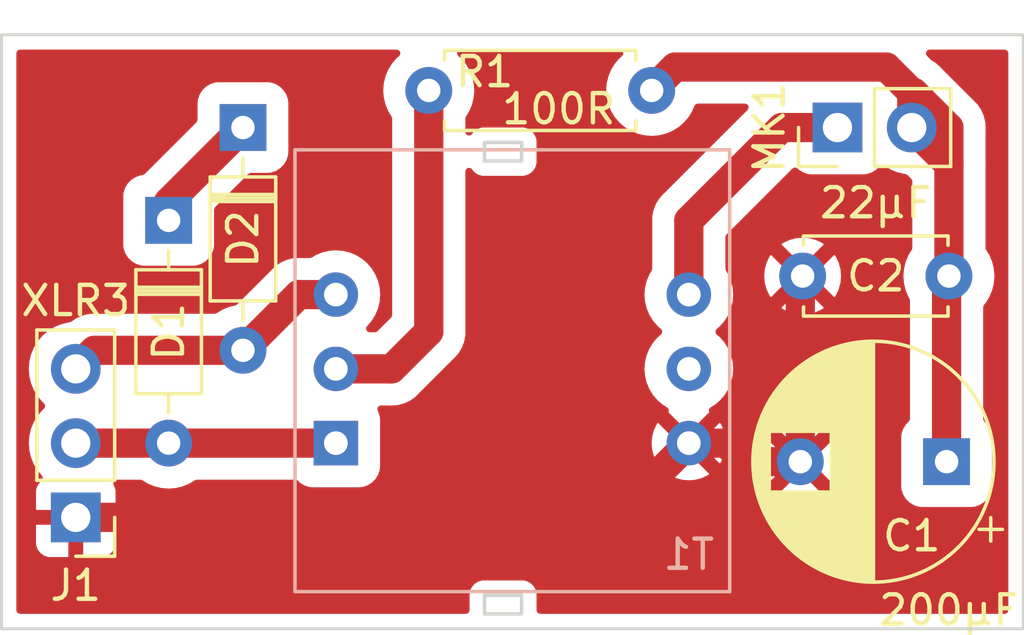
<source format=kicad_pcb>
(kicad_pcb (version 20211014) (generator pcbnew)
  (layers (0 "F.Cu" signal) (31 "B.Cu" signal) (34 "B.Paste" user) (35 "F.Paste" user) (36 "B.SilkS" user "B.Silkscreen") (37 "F.SilkS" user "F.Silkscreen") (38 "B.Mask" user) (39 "F.Mask" user) (44 "Edge.Cuts" user))
  (net 0 "")
  (net 1 "Net-(C1-Pad1)")
  (net 2 "GND")
  (net 3 "Net-(D1-Pad1)")
  (net 4 "Net-(D1-Pad2)")
  (net 5 "Net-(D2-Pad2)")
  (net 6 "Net-(MK1-Pad1)")
  (net 7 "+12V")
  (footprint "Resistor_THT:R_Axial_DIN0207_L6.3mm_D2.5mm_P7.62mm_Horizontal" (layer "F.Cu") (at 72.39 37.465 180)
    (fp_text reference "R1" (at 5.715 0.635) (layer "F.SilkS"))
    (fp_text value "100R" (at 3.175 -0.635) (layer "F.SilkS"))
    (fp_line (start 7.08 1.37) (end 7.08 1.04) (layer "F.SilkS") (width 0.12))
    (fp_line (start 0.54 -1.04) (end 0.54 -1.37) (layer "F.SilkS") (width 0.12))
    (fp_line (start 0.54 1.04) (end 0.54 1.37) (layer "F.SilkS") (width 0.12))
    (fp_line (start 7.08 -1.37) (end 7.08 -1.04) (layer "F.SilkS") (width 0.12))
    (fp_line (start 0.54 1.37) (end 7.08 1.37) (layer "F.SilkS") (width 0.12))
    (fp_line (start 0.54 -1.37) (end 7.08 -1.37) (layer "F.SilkS") (width 0.12))
    (pad "1" thru_hole circle (at 0 0 180) (size 1.6 1.6) (drill 0.8) (layers *.Cu *.Mask) (net 1 "Net-(C1-Pad1)"))
    (pad "2" thru_hole oval (at 7.62 0 180) (size 1.6 1.6) (drill 0.8) (layers *.Cu *.Mask) (net 7 "+12V"))
  )
  (footprint "Connector_PinHeader_2.54mm:PinHeader_1x03_P2.54mm_Vertical" (layer "F.Cu") (at 52.705 52.07 180)
    (fp_text reference "J1" (at 0 -2.33) (layer "F.SilkS"))
    (fp_text value "XLR3" (at 0 7.41) (layer "F.SilkS"))
    (fp_line (start -1.33 -1.33) (end 0 -1.33) (layer "F.SilkS") (width 0.12))
    (fp_line (start -1.33 1.27) (end 1.33 1.27) (layer "F.SilkS") (width 0.12))
    (fp_line (start -1.33 0) (end -1.33 -1.33) (layer "F.SilkS") (width 0.12))
    (fp_line (start -1.33 1.27) (end -1.33 6.41) (layer "F.SilkS") (width 0.12))
    (fp_line (start -1.33 6.41) (end 1.33 6.41) (layer "F.SilkS") (width 0.12))
    (fp_line (start 1.33 1.27) (end 1.33 6.41) (layer "F.SilkS") (width 0.12))
    (pad "1" thru_hole rect (at 0 0 180) (size 1.7 1.7) (drill 1) (layers *.Cu *.Mask) (net 2 "GND"))
    (pad "2" thru_hole oval (at 0 2.54 180) (size 1.7 1.7) (drill 1) (layers *.Cu *.Mask) (net 4 "Net-(D1-Pad2)"))
    (pad "3" thru_hole oval (at 0 5.08 180) (size 1.7 1.7) (drill 1) (layers *.Cu *.Mask) (net 5 "Net-(D2-Pad2)"))
  )
  (footprint "Diode_THT:D_DO-35_SOD27_P7.62mm_Horizontal" (layer "F.Cu") (at 55.88 41.91 -90)
    (fp_text reference "D1" (at 3.81 0 -270) (layer "F.SilkS"))
    (fp_text value "D_Zener")
    (fp_line (start 1.69 -1.12) (end 1.69 1.12) (layer "F.SilkS") (width 0.12))
    (fp_line (start 2.53 -1.12) (end 2.53 1.12) (layer "F.SilkS") (width 0.12))
    (fp_line (start 5.93 -1.12) (end 1.69 -1.12) (layer "F.SilkS") (width 0.12))
    (fp_line (start 6.58 0) (end 5.93 0) (layer "F.SilkS") (width 0.12))
    (fp_line (start 5.93 1.12) (end 5.93 -1.12) (layer "F.SilkS") (width 0.12))
    (fp_line (start 1.69 1.12) (end 5.93 1.12) (layer "F.SilkS") (width 0.12))
    (fp_line (start 1.04 0) (end 1.69 0) (layer "F.SilkS") (width 0.12))
    (fp_line (start 2.41 -1.12) (end 2.41 1.12) (layer "F.SilkS") (width 0.12))
    (fp_line (start 2.29 -1.12) (end 2.29 1.12) (layer "F.SilkS") (width 0.12))
    (pad "1" thru_hole rect (at 0 0 270) (size 1.6 1.6) (drill 0.8) (layers *.Cu *.Mask) (net 3 "Net-(D1-Pad1)"))
    (pad "2" thru_hole oval (at 7.62 0 270) (size 1.6 1.6) (drill 0.8) (layers *.Cu *.Mask) (net 4 "Net-(D1-Pad2)"))
  )
  (footprint "Connector_PinHeader_2.54mm:PinHeader_1x02_P2.54mm_Vertical" (layer "F.Cu") (at 78.74 38.735 90)
    (fp_text reference "MK1" (at 0 -2.33 90) (layer "F.SilkS"))
    (fp_text value "Microphone")
    (fp_line (start -1.33 1.27) (end 1.33 1.27) (layer "F.SilkS") (width 0.12))
    (fp_line (start -1.33 0) (end -1.33 -1.33) (layer "F.SilkS") (width 0.12))
    (fp_line (start -1.33 3.87) (end 1.33 3.87) (layer "F.SilkS") (width 0.12))
    (fp_line (start -1.33 1.27) (end -1.33 3.87) (layer "F.SilkS") (width 0.12))
    (fp_line (start -1.33 -1.33) (end 0 -1.33) (layer "F.SilkS") (width 0.12))
    (fp_line (start 1.33 1.27) (end 1.33 3.87) (layer "F.SilkS") (width 0.12))
    (pad "1" thru_hole rect (at 0 0 90) (size 1.7 1.7) (drill 1) (layers *.Cu *.Mask) (net 6 "Net-(MK1-Pad1)"))
    (pad "2" thru_hole oval (at 0 2.54 90) (size 1.7 1.7) (drill 1) (layers *.Cu *.Mask) (net 1 "Net-(C1-Pad1)"))
  )
  (footprint "Diode_THT:D_DO-35_SOD27_P7.62mm_Horizontal" (layer "F.Cu") (at 58.42 38.735 -90)
    (fp_text reference "D2" (at 3.81 0 -270) (layer "F.SilkS"))
    (fp_text value "D_Zener")
    (fp_line (start 5.93 -1.12) (end 1.69 -1.12) (layer "F.SilkS") (width 0.12))
    (fp_line (start 5.93 1.12) (end 5.93 -1.12) (layer "F.SilkS") (width 0.12))
    (fp_line (start 1.69 1.12) (end 5.93 1.12) (layer "F.SilkS") (width 0.12))
    (fp_line (start 1.04 0) (end 1.69 0) (layer "F.SilkS") (width 0.12))
    (fp_line (start 2.53 -1.12) (end 2.53 1.12) (layer "F.SilkS") (width 0.12))
    (fp_line (start 2.41 -1.12) (end 2.41 1.12) (layer "F.SilkS") (width 0.12))
    (fp_line (start 6.58 0) (end 5.93 0) (layer "F.SilkS") (width 0.12))
    (fp_line (start 2.29 -1.12) (end 2.29 1.12) (layer "F.SilkS") (width 0.12))
    (fp_line (start 1.69 -1.12) (end 1.69 1.12) (layer "F.SilkS") (width 0.12))
    (pad "1" thru_hole rect (at 0 0 270) (size 1.6 1.6) (drill 0.8) (layers *.Cu *.Mask) (net 3 "Net-(D1-Pad1)"))
    (pad "2" thru_hole oval (at 7.62 0 270) (size 1.6 1.6) (drill 0.8) (layers *.Cu *.Mask) (net 5 "Net-(D2-Pad2)"))
  )
  (footprint "Capacitor_THT:CP_Radial_D8.0mm_P5.00mm" (layer "F.Cu") (at 82.47 50.165 180)
    (fp_text reference "C1" (at 1.19 -2.54) (layer "F.SilkS"))
    (fp_text value "200µF" (at -0.08 -5.08) (layer "F.SilkS"))
    (fp_line (start 4.221 1.04) (end 4.221 3.704) (layer "F.SilkS") (width 0.12))
    (fp_line (start 5.581 1.04) (end 5.581 2.697) (layer "F.SilkS") (width 0.12))
    (fp_line (start 2.62 -4.079) (end 2.62 4.079) (layer "F.SilkS") (width 0.12))
    (fp_line (start 3.381 -3.985) (end 3.381 3.985) (layer "F.SilkS") (width 0.12))
    (fp_line (start 5.781 1.04) (end 5.781 2.454) (layer "F.SilkS") (width 0.12))
    (fp_line (start 6.101 -1.964) (end 6.101 1.964) (layer "F.SilkS") (width 0.12))
    (fp_line (start 4.261 -3.686) (end 4.261 -1.04) (layer "F.SilkS") (width 0.12))
    (fp_line (start 4.781 -3.392) (end 4.781 -1.04) (layer "F.SilkS") (width 0.12))
    (fp_line (start 3.901 -3.835) (end 3.901 3.835) (layer "F.SilkS") (width 0.12))
    (fp_line (start 5.141 -3.124) (end 5.141 -1.04) (layer "F.SilkS") (width 0.12))
    (fp_line (start 4.621 1.04) (end 4.621 3.493) (layer "F.SilkS") (width 0.12))
    (fp_line (start 2.86 -4.065) (end 2.86 4.065) (layer "F.SilkS") (width 0.12))
    (fp_line (start 5.661 1.04) (end 5.661 2.604) (layer "F.SilkS") (width 0.12))
    (fp_line (start 4.261 1.04) (end 4.261 3.686) (layer "F.SilkS") (width 0.12))
    (fp_line (start 5.501 -2.784) (end 5.501 -1.04) (layer "F.SilkS") (width 0.12))
    (fp_line (start 4.021 1.04) (end 4.021 3.79) (layer "F.SilkS") (width 0.12))
    (fp_line (start 4.421 -3.606) (end 4.421 -1.04) (layer "F.SilkS") (width 0.12))
    (fp_line (start 6.181 -1.813) (end 6.181 1.813) (layer "F.SilkS") (width 0.12))
    (fp_line (start -1.509698 -2.715) (end -1.509698 -1.915) (layer "F.SilkS") (width 0.12))
    (fp_line (start 4.501 1.04) (end 4.501 3.562) (layer "F.SilkS") (width 0.12))
    (fp_line (start 3.741 -3.889) (end 3.741 3.889) (layer "F.SilkS") (width 0.12))
    (fp_line (start 6.541 -0.768) (end 6.541 0.768) (layer "F.SilkS") (width 0.12))
    (fp_line (start 4.381 1.04) (end 4.381 3.627) (layer "F.SilkS") (width 0.12))
    (fp_line (start 4.341 -3.647) (end 4.341 -1.04) (layer "F.SilkS") (width 0.12))
    (fp_line (start 5.981 1.04) (end 5.981 2.166) (layer "F.SilkS") (width 0.12))
    (fp_line (start 5.941 -2.228) (end 5.941 -1.04) (layer "F.SilkS") (width 0.12))
    (fp_line (start 5.101 1.04) (end 5.101 3.156) (layer "F.SilkS") (width 0.12))
    (fp_line (start 4.101 -3.757) (end 4.101 -1.04) (layer "F.SilkS") (width 0.12))
    (fp_line (start 2.5 -4.08) (end 2.5 4.08) (layer "F.SilkS") (width 0.12))
    (fp_line (start 5.941 1.04) (end 5.941 2.228) (layer "F.SilkS") (width 0.12))
    (fp_line (start 3.501 -3.957) (end 3.501 3.957) (layer "F.SilkS") (width 0.12))
    (fp_line (start 3.981 1.04) (end 3.981 3.805) (layer "F.SilkS") (width 0.12))
    (fp_line (start 4.701 -3.444) (end 4.701 -1.04) (layer "F.SilkS") (width 0.12))
    (fp_line (start 4.581 -3.517) (end 4.581 -1.04) (layer "F.SilkS") (width 0.12))
    (fp_line (start 3.14 -4.03) (end 3.14 4.03) (layer "F.SilkS") (width 0.12))
    (fp_line (start 5.741 1.04) (end 5.741 2.505) (layer "F.SilkS") (width 0.12))
    (fp_line (start 2.74 -4.074) (end 2.74 4.074) (layer "F.SilkS") (width 0.12))
    (fp_line (start 4.821 -3.365) (end 4.821 -1.04) (layer "F.SilkS") (width 0.12))
    (fp_line (start 4.101 1.04) (end 4.101 3.757) (layer "F.SilkS") (width 0.12))
    (fp_line (start 4.901 -3.309) (end 4.901 -1.04) (layer "F.SilkS") (width 0.12))
    (fp_line (start 4.141 1.04) (end 4.141 3.74) (layer "F.SilkS") (width 0.12))
    (fp_line (start 4.741 1.04) (end 4.741 3.418) (layer "F.SilkS") (width 0.12))
    (fp_line (start 3.941 -3.821) (end 3.941 3.821) (layer "F.SilkS") (width 0.12))
    (fp_line (start 4.341 1.04) (end 4.341 3.647) (layer "F.SilkS") (width 0.12))
    (fp_line (start 6.381 -1.346) (end 6.381 1.346) (layer "F.SilkS") (width 0.12))
    (fp_line (start 3.621 -3.925) (end 3.621 3.925) (layer "F.SilkS") (width 0.12))
    (fp_line (start 5.301 -2.983) (end 5.301 -1.04) (layer "F.SilkS") (width 0.12))
    (fp_line (start 5.621 1.04) (end 5.621 2.651) (layer "F.SilkS") (width 0.12))
    (fp_line (start 4.301 1.04) (end 4.301 3.666) (layer "F.SilkS") (width 0.12))
    (fp_line (start 3.341 -3.994) (end 3.341 3.994) (layer "F.SilkS") (width 0.12))
    (fp_line (start 5.461 1.04) (end 5.461 2.826) (layer "F.SilkS") (width 0.12))
    (fp_line (start 4.061 1.04) (end 4.061 3.774) (layer "F.SilkS") (width 0.12))
    (fp_line (start 5.301 1.04) (end 5.301 2.983) (layer "F.SilkS") (width 0.12))
    (fp_line (start 3.02 -4.048) (end 3.02 4.048) (layer "F.SilkS") (width 0.12))
    (fp_line (start 4.541 -3.54) (end 4.541 -1.04) (layer "F.SilkS") (width 0.12))
    (fp_line (start 5.821 1.04) (end 5.821 2.4) (layer "F.SilkS") (width 0.12))
    (fp_line (start 4.981 -3.25) (end 4.981 -1.04) (layer "F.SilkS") (width 0.12))
    (fp_line (start 5.821 -2.4) (end 5.821 -1.04) (layer "F.SilkS") (width 0.12))
    (fp_line (start 3.261 -4.01) (end 3.261 4.01) (layer "F.SilkS") (width 0.12))
    (fp_line (start 4.061 -3.774) (end 4.061 -1.04) (layer "F.SilkS") (width 0.12))
    (fp_line (start 4.421 1.04) (end 4.421 3.606) (layer "F.SilkS") (width 0.12))
    (fp_line (start 4.661 1.04) (end 4.661 3.469) (layer "F.SilkS") (width 0.12))
    (fp_line (start 2.94 -4.057) (end 2.94 4.057) (layer "F.SilkS") (width 0.12))
    (fp_line (start 5.101 -3.156) (end 5.101 -1.04) (layer "F.SilkS") (width 0.12))
    (fp_line (start 4.581 1.04) (end 4.581 3.517) (layer "F.SilkS") (width 0.12))
    (fp_line (start 5.901 -2.287) (end 5.901 -1.04) (layer "F.SilkS") (width 0.12))
    (fp_line (start 3.421 -3.976) (end 3.421 3.976) (layer "F.SilkS") (width 0.12))
    (fp_line (start 5.701 -2.556) (end 5.701 -1.04) (layer "F.SilkS") (width 0.12))
    (fp_line (start 3.301 -4.002) (end 3.301 4.002) (layer "F.SilkS") (width 0.12))
    (fp_line (start 3.06 -4.042) (end 3.06 4.042) (layer "F.SilkS") (width 0.12))
    (fp_line (start 5.061 1.04) (end 5.061 3.189) (layer "F.SilkS") (width 0.12))
    (fp_line (start 5.781 -2.454) (end 5.781 -1.04) (layer "F.SilkS") (width 0.12))
    (fp_line (start 2.54 -4.08) (end 2.54 4.08) (layer "F.SilkS") (width 0.12))
    (fp_line (start 5.061 -3.189) (end 5.061 -1.04) (layer "F.SilkS") (width 0.12))
    (fp_line (start 4.461 -3.584) (end 4.461 -1.04) (layer "F.SilkS") (width 0.12))
    (fp_line (start 3.18 -4.024) (end 3.18 4.024) (layer "F.SilkS") (width 0.12))
    (fp_line (start 4.621 -3.493) (end 4.621 -1.04) (layer "F.SilkS") (width 0.12))
    (fp_line (start 5.181 -3.09) (end 5.181 -1.04) (layer "F.SilkS") (width 0.12))
    (fp_line (start 4.861 -3.338) (end 4.861 -1.04) (layer "F.SilkS") (width 0.12))
    (fp_line (start 2.78 -4.071) (end 2.78 4.071) (layer "F.SilkS") (width 0.12))
    (fp_line (start 4.301 -3.666) (end 4.301 -1.04) (layer "F.SilkS") (width 0.12))
    (fp_line (start 6.461 -1.098) (end 6.461 1.098) (layer "F.SilkS") (width 0.12))
    (fp_line (start 3.221 -4.017) (end 3.221 4.017) (layer "F.SilkS") (width 0.12))
    (fp_line (start 2.66 -4.077) (end 2.66 4.077) (layer "F.SilkS") (width 0.12))
    (fp_line (start 2.9 -4.061) (end 2.9 4.061) (layer "F.SilkS") (width 0.12))
    (fp_line (start 3.1 -4.037) (end 3.1 4.037) (layer "F.SilkS") (width 0.12))
    (fp_line (start 2.98 -4.052) (end 2.98 4.052) (layer "F.SilkS") (width 0.12))
    (fp_line (start 4.381 -3.627) (end 4.381 -1.04) (layer "F.SilkS") (width 0.12))
    (fp_line (start 5.701 1.04) (end 5.701 2.556) (layer "F.SilkS") (width 0.12))
    (fp_line (start 4.661 -3.469) (end 4.661 -1.04) (layer "F.SilkS") (width 0.12))
    (fp_line (start 3.461 -3.967) (end 3.461 3.967) (layer "F.SilkS") (width 0.12))
    (fp_line (start 6.021 -2.102) (end 6.021 -1.04) (layer "F.SilkS") (width 0.12))
    (fp_line (start 3.701 -3.902) (end 3.701 3.902) (layer "F.SilkS") (width 0.12))
    (fp_line (start 5.341 -2.945) (end 5.341 -1.04) (layer "F.SilkS") (width 0.12))
    (fp_line (start 4.181 -3.722) (end 4.181 -1.04) (layer "F.SilkS") (width 0.12))
    (fp_line (start 4.701 1.04) (end 4.701 3.444) (layer "F.SilkS") (width 0.12))
    (fp_line (start 5.221 1.04) (end 5.221 3.055) (layer "F.SilkS") (width 0.12))
    (fp_line (start 4.861 1.04) (end 4.861 3.338) (layer "F.SilkS") (width 0.12))
    (fp_line (start 3.541 -3.947) (end 3.541 3.947) (layer "F.SilkS") (width 0.12))
    (fp_line (start 4.901 1.04) (end 4.901 3.309) (layer "F.SilkS") (width 0.12))
    (fp_line (start 5.741 -2.505) (end 5.741 -1.04) (layer "F.SilkS") (width 0.12))
    (fp_line (start 2.82 -4.068) (end 2.82 4.068) (layer "F.SilkS") (width 0.12))
    (fp_line (start 5.981 -2.166) (end 5.981 -1.04) (layer "F.SilkS") (width 0.12))
    (fp_line (start 4.541 1.04) (end 4.541 3.54) (layer "F.SilkS") (width 0.12))
    (fp_line (start 5.261 1.04) (end 5.261 3.019) (layer "F.SilkS") (width 0.12))
    (fp_line (start 5.221 -3.055) (end 5.221 -1.04) (layer "F.SilkS") (width 0.12))
    (fp_line (start 5.861 1.04) (end 5.861 2.345) (layer "F.SilkS") (width 0.12))
    (fp_line (start 6.421 -1.229) (end 6.421 1.229) (layer "F.SilkS") (width 0.12))
    (fp_line (start 5.021 -3.22) (end 5.021 -1.04) (layer "F.SilkS") (width 0.12))
    (fp_line (start 5.861 -2.345) (end 5.861 -1.04) (layer "F.SilkS") (width 0.12))
    (fp_line (start 4.821 1.04) (end 4.821 3.365) (layer "F.SilkS") (width 0.12))
    (fp_line (start 4.941 -3.28) (end 4.941 -1.04) (layer "F.SilkS") (width 0.12))
    (fp_line (start 5.501 1.04) (end 5.501 2.784) (layer "F.SilkS") (width 0.12))
    (fp_line (start -1.909698 -2.315) (end -1.109698 -2.315) (layer "F.SilkS") (width 0.12))
    (fp_line (start 4.981 1.04) (end 4.981 3.25) (layer "F.SilkS") (width 0.12))
    (fp_line (start 5.141 1.04) (end 5.141 3.124) (layer "F.SilkS") (width 0.12))
    (fp_line (start 6.301 -1.552) (end 6.301 1.552) (layer "F.SilkS") (width 0.12))
    (fp_line (start 3.661 -3.914) (end 3.661 3.914) (layer "F.SilkS") (width 0.12))
    (fp_line (start 5.541 -2.741) (end 5.541 -1.04) (layer "F.SilkS") (width 0.12))
    (fp_line (start 4.781 1.04) (end 4.781 3.392) (layer "F.SilkS") (width 0.12))
    (fp_line (start 5.381 -2.907) (end 5.381 -1.04) (layer "F.SilkS") (width 0.12))
    (fp_line (start 6.061 -2.034) (end 6.061 2.034) (layer "F.SilkS") (width 0.12))
    (fp_line (start 5.341 1.04) (end 5.341 2.945) (layer "F.SilkS") (width 0.12))
    (fp_line (start 6.501 -0.948) (end 6.501 0.948) (layer "F.SilkS") (width 0.12))
    (fp_line (start 4.181 1.04) (end 4.181 3.722) (layer "F.SilkS") (width 0.12))
    (fp_line (start 5.901 1.04) (end 5.901 2.287) (layer "F.SilkS") (width 0.12))
    (fp_line (start 4.461 1.04) (end 4.461 3.584) (layer "F.SilkS") (width 0.12))
    (fp_line (start 6.141 -1.89) (end 6.141 1.89) (layer "F.SilkS") (width 0.12))
    (fp_line (start 4.221 -3.704) (end 4.221 -1.04) (layer "F.SilkS") (width 0.12))
    (fp_line (start 5.381 1.04) (end 5.381 2.907) (layer "F.SilkS") (width 0.12))
    (fp_line (start 3.821 -3.863) (end 3.821 3.863) (layer "F.SilkS") (width 0.12))
    (fp_line (start 3.581 -3.936) (end 3.581 3.936) (layer "F.SilkS") (width 0.12))
    (fp_line (start 5.421 1.04) (end 5.421 2.867) (layer "F.SilkS") (width 0.12))
    (fp_line (start 4.141 -3.74) (end 4.141 -1.04) (layer "F.SilkS") (width 0.12))
    (fp_line (start 5.581 -2.697) (end 5.581 -1.04) (layer "F.SilkS") (width 0.12))
    (fp_line (start 2.7 -4.076) (end 2.7 4.076) (layer "F.SilkS") (width 0.12))
    (fp_line (start 5.021 1.04) (end 5.021 3.22) (layer "F.SilkS") (width 0.12))
    (fp_line (start 2.58 -4.08) (end 2.58 4.08) (layer "F.SilkS") (width 0.12))
    (fp_line (start 6.341 -1.453) (end 6.341 1.453) (layer "F.SilkS") (width 0.12))
    (fp_line (start 5.621 -2.651) (end 5.621 -1.04) (layer "F.SilkS") (width 0.12))
    (fp_line (start 5.181 1.04) (end 5.181 3.09) (layer "F.SilkS") (width 0.12))
    (fp_line (start 5.421 -2.867) (end 5.421 -1.04) (layer "F.SilkS") (width 0.12))
    (fp_line (start 6.021 1.04) (end 6.021 2.102) (layer "F.SilkS") (width 0.12))
    (fp_line (start 5.541 1.04) (end 5.541 2.741) (layer "F.SilkS") (width 0.12))
    (fp_line (start 4.941 1.04) (end 4.941 3.28) (layer "F.SilkS") (width 0.12))
    (fp_line (start 5.261 -3.019) (end 5.261 -1.04) (layer "F.SilkS") (width 0.12))
    (fp_line (start 6.221 -1.731) (end 6.221 1.731) (layer "F.SilkS") (width 0.12))
    (fp_line (start 6.581 -0.533) (end 6.581 0.533) (layer "F.SilkS") (width 0.12))
    (fp_line (start 5.661 -2.604) (end 5.661 -1.04) (layer "F.SilkS") (width 0.12))
    (fp_line (start 4.021 -3.79) (end 4.021 -1.04) (layer "F.SilkS") (width 0.12))
    (fp_line (start 4.741 -3.418) (end 4.741 -1.04) (layer "F.SilkS") (width 0.12))
    (fp_line (start 4.501 -3.562) (end 4.501 -1.04) (layer "F.SilkS") (width 0.12))
    (fp_line (start 6.261 -1.645) (end 6.261 1.645) (layer "F.SilkS") (width 0.12))
    (fp_line (start 3.981 -3.805) (end 3.981 -1.04) (layer "F.SilkS") (width 0.12))
    (fp_line (start 5.461 -2.826) (end 5.461 -1.04) (layer "F.SilkS") (width 0.12))
    (fp_line (start 3.861 -3.85) (end 3.861 3.85) (layer "F.SilkS") (width 0.12))
    (fp_line (start 3.781 -3.877) (end 3.781 3.877) (layer "F.SilkS") (width 0.12))
    (fp_circle (center 2.5 0) (end 6.62 0) (layer "F.SilkS") (width 0.12) (fill none))
    (pad "1" thru_hole rect (at 0 0 180) (size 1.6 1.6) (drill 0.8) (layers *.Cu *.Mask) (net 1 "Net-(C1-Pad1)"))
    (pad "2" thru_hole circle (at 5 0 180) (size 1.6 1.6) (drill 0.8) (layers *.Cu *.Mask) (net 2 "GND"))
  )
  (footprint "Capacitor_THT:C_Disc_D4.7mm_W2.5mm_P5.00mm" (layer "F.Cu") (at 82.55 43.815 180)
    (fp_text reference "C2" (at 2.5 0) (layer "F.SilkS"))
    (fp_text value "22µF" (at 2.5 2.5) (layer "F.SilkS"))
    (fp_line (start 0.03 -1.37) (end 0.03 -1.055) (layer "F.SilkS") (width 0.12))
    (fp_line (start 0.03 -1.37) (end 4.97 -1.37) (layer "F.SilkS") (width 0.12))
    (fp_line (start 0.03 1.37) (end 4.97 1.37) (layer "F.SilkS") (width 0.12))
    (fp_line (start 4.97 -1.37) (end 4.97 -1.055) (layer "F.SilkS") (width 0.12))
    (fp_line (start 4.97 1.055) (end 4.97 1.37) (layer "F.SilkS") (width 0.12))
    (fp_line (start 0.03 1.055) (end 0.03 1.37) (layer "F.SilkS") (width 0.12))
    (pad "1" thru_hole circle (at 0 0 180) (size 1.6 1.6) (drill 0.8) (layers *.Cu *.Mask) (net 1 "Net-(C1-Pad1)"))
    (pad "2" thru_hole circle (at 5 0 180) (size 1.6 1.6) (drill 0.8) (layers *.Cu *.Mask) (net 2 "GND"))
  )
  (footprint "Custom:Transformer_42TL" (layer "B.Cu") (at 72.39 52.07)
    (fp_text reference "T1" (at 1.27 1.27 180) (layer "B.SilkS") (effects (justify mirror)))
    (fp_text value "Transformer_SP_SS")
    (fp_line (start -12.192 2.54) (end 2.667 2.54) (layer "B.SilkS") (width 0.12))
    (fp_line (start -12.192 -12.573) (end -12.192 2.54) (layer "B.SilkS") (width 0.12))
    (fp_line (start 2.667 2.54) (end 2.667 -12.573) (layer "B.SilkS") (width 0.12))
    (fp_line (start 2.667 -12.573) (end -12.192 -12.573) (layer "B.SilkS") (width 0.12))
    (fp_rect (start -5.715 3.302) (end -4.445 2.667) (layer "Edge.Cuts") (width 0.12) (fill none))
    (fp_rect (start -5.715 -12.192) (end -4.445 -12.827) (layer "Edge.Cuts") (width 0.12) (fill none))
    (pad "1" thru_hole rect (at -10.795 -2.54) (size 1.52 1.52) (drill 0.81) (layers *.Cu *.Mask) (net 4 "Net-(D1-Pad2)"))
    (pad "2" thru_hole circle (at -10.795 -5.08) (size 1.52 1.52) (drill 0.81) (layers *.Cu *.Mask) (net 7 "+12V"))
    (pad "3" thru_hole circle (at -10.795 -7.62) (size 1.52 1.52) (drill 0.81) (layers *.Cu *.Mask) (net 5 "Net-(D2-Pad2)"))
    (pad "4" thru_hole circle (at 1.27 -7.62) (size 1.52 1.52) (drill 0.81) (layers *.Cu *.Mask) (net 6 "Net-(MK1-Pad1)"))
    (pad "5" thru_hole circle (at 1.27 -5.08) (size 1.52 1.52) (drill 0.81) (layers *.Cu *.Mask))
    (pad "6" thru_hole circle (at 1.27 -2.54) (size 1.52 1.52) (drill 0.81) (layers *.Cu *.Mask) (net 2 "GND"))
  )
  (gr_rect (start 50.165 35.56) (end 85.09 55.88) (layer "Edge.Cuts") (width 0.1) (fill none))
  (segment (start 82.47 50.165) (end 82.47 43.895) (width 1) (layer "F.Cu") (net 1))
  (segment (start 81.28 37.532919) (end 80.412082 36.665001) (width 1) (layer "F.Cu") (net 1))
  (segment (start 73.189999 36.665001) (end 72.39 37.465) (width 1) (layer "F.Cu") (net 1))
  (segment (start 82.55 43.815) (end 82.55 40.005) (width 1) (layer "F.Cu") (net 1))
  (segment (start 82.47 43.895) (end 82.55 43.815) (width 1) (layer "F.Cu") (net 1))
  (segment (start 81.347919 37.532919) (end 82.55 38.735) (width 1) (layer "F.Cu") (net 1))
  (segment (start 81.28 37.532919) (end 81.347919 37.532919) (width 1) (layer "F.Cu") (net 1))
  (segment (start 80.412082 36.665001) (end 73.189999 36.665001) (width 1) (layer "F.Cu") (net 1))
  (segment (start 82.55 38.735) (end 82.55 40.005) (width 1) (layer "F.Cu") (net 1))
  (segment (start 81.28 38.735) (end 81.28 37.532919) (width 1) (layer "F.Cu") (net 1))
  (segment (start 82.55 40.005) (end 81.28 38.735) (width 1) (layer "F.Cu") (net 1))
  (segment (start 77.47 43.895) (end 77.55 43.815) (width 1) (layer "F.Cu") (net 2))
  (segment (start 71.12 52.07) (end 73.66 49.53) (width 1) (layer "F.Cu") (net 2))
  (segment (start 75.565 50.165) (end 74.93 49.53) (width 1) (layer "F.Cu") (net 2))
  (segment (start 77.47 50.165) (end 77.47 43.895) (width 1) (layer "F.Cu") (net 2))
  (segment (start 77.47 50.165) (end 75.565 50.165) (width 1) (layer "F.Cu") (net 2))
  (segment (start 73.66 49.53) (end 74.93 49.53) (width 1) (layer "F.Cu") (net 2))
  (segment (start 52.705 52.07) (end 71.12 52.07) (width 1) (layer "F.Cu") (net 2))
  (segment (start 55.88 41.275) (end 58.42 38.735) (width 1) (layer "F.Cu") (net 3))
  (segment (start 55.88 41.91) (end 55.88 41.275) (width 1) (layer "F.Cu") (net 3))
  (segment (start 55.88 49.53) (end 52.705 49.53) (width 1) (layer "F.Cu") (net 4))
  (segment (start 61.595 49.53) (end 55.88 49.53) (width 1) (layer "F.Cu") (net 4))
  (segment (start 58.42 46.355) (end 60.325 44.45) (width 1) (layer "F.Cu") (net 5))
  (segment (start 58.42 46.355) (end 53.34 46.355) (width 1) (layer "F.Cu") (net 5))
  (segment (start 53.34 46.355) (end 52.705 46.99) (width 1) (layer "F.Cu") (net 5))
  (segment (start 60.325 44.45) (end 61.595 44.45) (width 1) (layer "F.Cu") (net 5))
  (segment (start 78.74 38.735) (end 76.835 38.735) (width 1) (layer "F.Cu") (net 6))
  (segment (start 73.66 41.91) (end 73.66 44.45) (width 1) (layer "F.Cu") (net 6))
  (segment (start 76.835 38.735) (end 73.66 41.91) (width 1) (layer "F.Cu") (net 6))
  (segment (start 64.77 45.72) (end 63.5 46.99) (width 1) (layer "F.Cu") (net 7))
  (segment (start 64.77 37.465) (end 64.77 45.72) (width 1) (layer "F.Cu") (net 7))
  (segment (start 63.5 46.99) (end 61.595 46.99) (width 1) (layer "F.Cu") (net 7))
  (zone (net 2) (net_name "GND") (layer "F.Cu") (connect_pads (clearance 0.508)) (min_thickness 0.254) (fill yes (thermal_gap 0.508) (thermal_bridge_width 0.508))
    (polygon (pts (xy 85.09 55.88) (xy 50.165 55.88) (xy 50.165 35.56) (xy 85.09 35.56)))
  )
)
</source>
